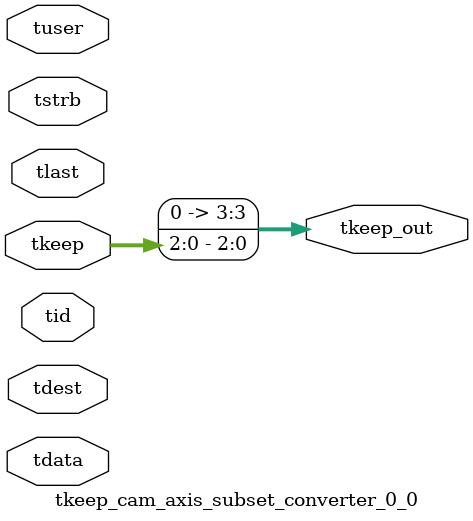
<source format=v>


`timescale 1ps/1ps

module tkeep_cam_axis_subset_converter_0_0 #
(
parameter C_S_AXIS_TDATA_WIDTH = 32,
parameter C_S_AXIS_TUSER_WIDTH = 0,
parameter C_S_AXIS_TID_WIDTH   = 0,
parameter C_S_AXIS_TDEST_WIDTH = 0,
parameter C_M_AXIS_TDATA_WIDTH = 32
)
(
input  [(C_S_AXIS_TDATA_WIDTH == 0 ? 1 : C_S_AXIS_TDATA_WIDTH)-1:0     ] tdata,
input  [(C_S_AXIS_TUSER_WIDTH == 0 ? 1 : C_S_AXIS_TUSER_WIDTH)-1:0     ] tuser,
input  [(C_S_AXIS_TID_WIDTH   == 0 ? 1 : C_S_AXIS_TID_WIDTH)-1:0       ] tid,
input  [(C_S_AXIS_TDEST_WIDTH == 0 ? 1 : C_S_AXIS_TDEST_WIDTH)-1:0     ] tdest,
input  [(C_S_AXIS_TDATA_WIDTH/8)-1:0 ] tkeep,
input  [(C_S_AXIS_TDATA_WIDTH/8)-1:0 ] tstrb,
input                                                                    tlast,
output [(C_M_AXIS_TDATA_WIDTH/8)-1:0 ] tkeep_out
);

assign tkeep_out = {tkeep[2:0]};

endmodule


</source>
